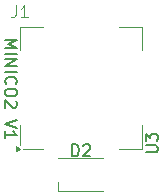
<source format=gbr>
%TF.GenerationSoftware,KiCad,Pcbnew,8.0.4*%
%TF.CreationDate,2024-07-28T22:04:51+02:00*%
%TF.ProjectId,miniCO2,6d696e69-434f-4322-9e6b-696361645f70,rev?*%
%TF.SameCoordinates,Original*%
%TF.FileFunction,Legend,Top*%
%TF.FilePolarity,Positive*%
%FSLAX46Y46*%
G04 Gerber Fmt 4.6, Leading zero omitted, Abs format (unit mm)*
G04 Created by KiCad (PCBNEW 8.0.4) date 2024-07-28 22:04:51*
%MOMM*%
%LPD*%
G01*
G04 APERTURE LIST*
%ADD10C,0.200000*%
%ADD11C,0.150000*%
%ADD12C,0.100000*%
%ADD13C,0.120000*%
G04 APERTURE END LIST*
D10*
X135057580Y-85154873D02*
X136057580Y-85154873D01*
X136057580Y-85154873D02*
X135343295Y-85488206D01*
X135343295Y-85488206D02*
X136057580Y-85821539D01*
X136057580Y-85821539D02*
X135057580Y-85821539D01*
X135057580Y-86297730D02*
X136057580Y-86297730D01*
X135057580Y-86773920D02*
X136057580Y-86773920D01*
X136057580Y-86773920D02*
X135057580Y-87345348D01*
X135057580Y-87345348D02*
X136057580Y-87345348D01*
X135057580Y-87821539D02*
X136057580Y-87821539D01*
X135152819Y-88869157D02*
X135105200Y-88821538D01*
X135105200Y-88821538D02*
X135057580Y-88678681D01*
X135057580Y-88678681D02*
X135057580Y-88583443D01*
X135057580Y-88583443D02*
X135105200Y-88440586D01*
X135105200Y-88440586D02*
X135200438Y-88345348D01*
X135200438Y-88345348D02*
X135295676Y-88297729D01*
X135295676Y-88297729D02*
X135486152Y-88250110D01*
X135486152Y-88250110D02*
X135629009Y-88250110D01*
X135629009Y-88250110D02*
X135819485Y-88297729D01*
X135819485Y-88297729D02*
X135914723Y-88345348D01*
X135914723Y-88345348D02*
X136009961Y-88440586D01*
X136009961Y-88440586D02*
X136057580Y-88583443D01*
X136057580Y-88583443D02*
X136057580Y-88678681D01*
X136057580Y-88678681D02*
X136009961Y-88821538D01*
X136009961Y-88821538D02*
X135962342Y-88869157D01*
X136057580Y-89488205D02*
X136057580Y-89678681D01*
X136057580Y-89678681D02*
X136009961Y-89773919D01*
X136009961Y-89773919D02*
X135914723Y-89869157D01*
X135914723Y-89869157D02*
X135724247Y-89916776D01*
X135724247Y-89916776D02*
X135390914Y-89916776D01*
X135390914Y-89916776D02*
X135200438Y-89869157D01*
X135200438Y-89869157D02*
X135105200Y-89773919D01*
X135105200Y-89773919D02*
X135057580Y-89678681D01*
X135057580Y-89678681D02*
X135057580Y-89488205D01*
X135057580Y-89488205D02*
X135105200Y-89392967D01*
X135105200Y-89392967D02*
X135200438Y-89297729D01*
X135200438Y-89297729D02*
X135390914Y-89250110D01*
X135390914Y-89250110D02*
X135724247Y-89250110D01*
X135724247Y-89250110D02*
X135914723Y-89297729D01*
X135914723Y-89297729D02*
X136009961Y-89392967D01*
X136009961Y-89392967D02*
X136057580Y-89488205D01*
X135962342Y-90297729D02*
X136009961Y-90345348D01*
X136009961Y-90345348D02*
X136057580Y-90440586D01*
X136057580Y-90440586D02*
X136057580Y-90678681D01*
X136057580Y-90678681D02*
X136009961Y-90773919D01*
X136009961Y-90773919D02*
X135962342Y-90821538D01*
X135962342Y-90821538D02*
X135867104Y-90869157D01*
X135867104Y-90869157D02*
X135771866Y-90869157D01*
X135771866Y-90869157D02*
X135629009Y-90821538D01*
X135629009Y-90821538D02*
X135057580Y-90250110D01*
X135057580Y-90250110D02*
X135057580Y-90869157D01*
X136057580Y-91916777D02*
X135057580Y-92250110D01*
X135057580Y-92250110D02*
X136057580Y-92583443D01*
X135057580Y-93440586D02*
X135057580Y-92869158D01*
X135057580Y-93154872D02*
X136057580Y-93154872D01*
X136057580Y-93154872D02*
X135914723Y-93059634D01*
X135914723Y-93059634D02*
X135819485Y-92964396D01*
X135819485Y-92964396D02*
X135771866Y-92869158D01*
D11*
X146978019Y-94640304D02*
X147787542Y-94640304D01*
X147787542Y-94640304D02*
X147882780Y-94592685D01*
X147882780Y-94592685D02*
X147930400Y-94545066D01*
X147930400Y-94545066D02*
X147978019Y-94449828D01*
X147978019Y-94449828D02*
X147978019Y-94259352D01*
X147978019Y-94259352D02*
X147930400Y-94164114D01*
X147930400Y-94164114D02*
X147882780Y-94116495D01*
X147882780Y-94116495D02*
X147787542Y-94068876D01*
X147787542Y-94068876D02*
X146978019Y-94068876D01*
X146978019Y-93687923D02*
X146978019Y-93068876D01*
X146978019Y-93068876D02*
X147358971Y-93402209D01*
X147358971Y-93402209D02*
X147358971Y-93259352D01*
X147358971Y-93259352D02*
X147406590Y-93164114D01*
X147406590Y-93164114D02*
X147454209Y-93116495D01*
X147454209Y-93116495D02*
X147549447Y-93068876D01*
X147549447Y-93068876D02*
X147787542Y-93068876D01*
X147787542Y-93068876D02*
X147882780Y-93116495D01*
X147882780Y-93116495D02*
X147930400Y-93164114D01*
X147930400Y-93164114D02*
X147978019Y-93259352D01*
X147978019Y-93259352D02*
X147978019Y-93545066D01*
X147978019Y-93545066D02*
X147930400Y-93640304D01*
X147930400Y-93640304D02*
X147882780Y-93687923D01*
D12*
X135963066Y-82210619D02*
X135963066Y-82924904D01*
X135963066Y-82924904D02*
X135915447Y-83067761D01*
X135915447Y-83067761D02*
X135820209Y-83163000D01*
X135820209Y-83163000D02*
X135677352Y-83210619D01*
X135677352Y-83210619D02*
X135582114Y-83210619D01*
X136963066Y-83210619D02*
X136391638Y-83210619D01*
X136677352Y-83210619D02*
X136677352Y-82210619D01*
X136677352Y-82210619D02*
X136582114Y-82353476D01*
X136582114Y-82353476D02*
X136486876Y-82448714D01*
X136486876Y-82448714D02*
X136391638Y-82496333D01*
D11*
X140739905Y-94984219D02*
X140739905Y-93984219D01*
X140739905Y-93984219D02*
X140978000Y-93984219D01*
X140978000Y-93984219D02*
X141120857Y-94031838D01*
X141120857Y-94031838D02*
X141216095Y-94127076D01*
X141216095Y-94127076D02*
X141263714Y-94222314D01*
X141263714Y-94222314D02*
X141311333Y-94412790D01*
X141311333Y-94412790D02*
X141311333Y-94555647D01*
X141311333Y-94555647D02*
X141263714Y-94746123D01*
X141263714Y-94746123D02*
X141216095Y-94841361D01*
X141216095Y-94841361D02*
X141120857Y-94936600D01*
X141120857Y-94936600D02*
X140978000Y-94984219D01*
X140978000Y-94984219D02*
X140739905Y-94984219D01*
X141692286Y-94079457D02*
X141739905Y-94031838D01*
X141739905Y-94031838D02*
X141835143Y-93984219D01*
X141835143Y-93984219D02*
X142073238Y-93984219D01*
X142073238Y-93984219D02*
X142168476Y-94031838D01*
X142168476Y-94031838D02*
X142216095Y-94079457D01*
X142216095Y-94079457D02*
X142263714Y-94174695D01*
X142263714Y-94174695D02*
X142263714Y-94269933D01*
X142263714Y-94269933D02*
X142216095Y-94412790D01*
X142216095Y-94412790D02*
X141644667Y-94984219D01*
X141644667Y-94984219D02*
X142263714Y-94984219D01*
D13*
%TO.C,U3*%
X138293000Y-94339400D02*
X136558000Y-94339400D01*
X146638000Y-94339400D02*
X144663000Y-94339400D01*
X136318000Y-92364400D02*
X136318000Y-94039400D01*
X146638000Y-92364400D02*
X146638000Y-94339400D01*
X136318000Y-85994400D02*
X136318000Y-84019400D01*
X146638000Y-85994400D02*
X146638000Y-84019400D01*
X136318000Y-84019400D02*
X138293000Y-84019400D01*
X146638000Y-84019400D02*
X144663000Y-84019400D01*
X136318000Y-94339400D02*
X135988000Y-94579400D01*
X135988000Y-94099400D01*
X136318000Y-94339400D01*
G36*
X136318000Y-94339400D02*
G01*
X135988000Y-94579400D01*
X135988000Y-94099400D01*
X136318000Y-94339400D01*
G37*
%TO.C,D2*%
X139578000Y-97894600D02*
X143378000Y-97894600D01*
X139578000Y-97894600D02*
X139578000Y-97144600D01*
X139578000Y-95094600D02*
X143378000Y-95094600D01*
%TD*%
M02*

</source>
